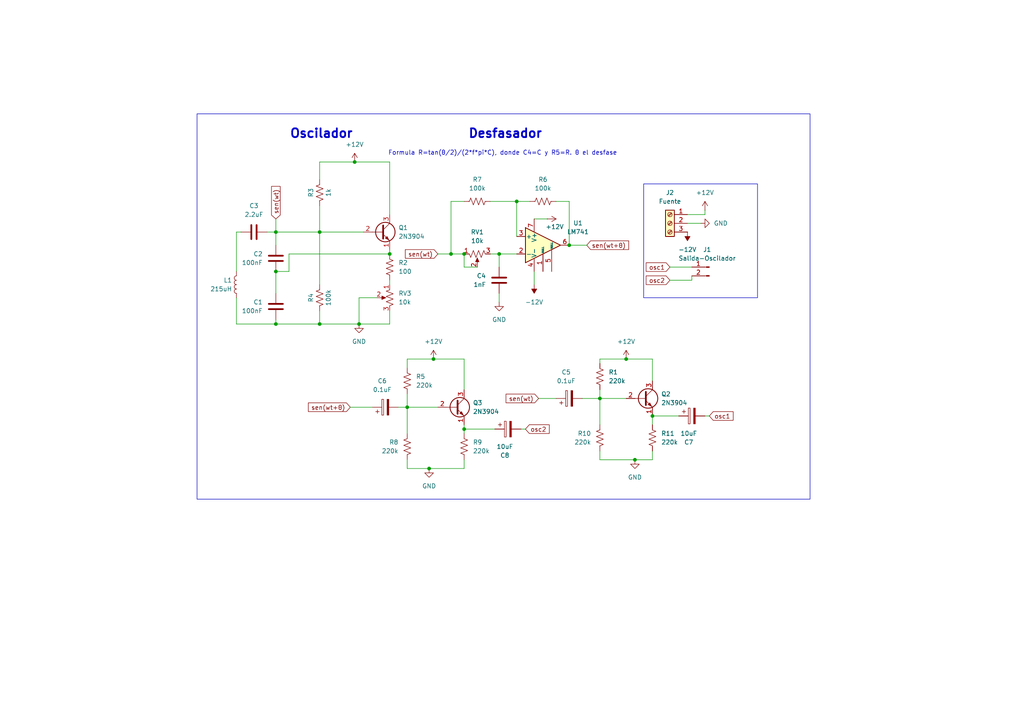
<source format=kicad_sch>
(kicad_sch (version 20250114) (generator "eeschema") (generator_version "9.0")
  (paper "A4")
  (lib_symbols
    (symbol "Amplifier_Operational:LM741" (pin_names (offset 0.127))
      (property "Reference" "U" (at 0 6.35 0))
      (property "Value" "LM741" (at 0 3.81 0))
      (symbol "LM741_0_1"
        (polyline (pts (xy -5.08 5.08) (xy 5.08 0) (xy -5.08 -5.08) (xy -5.08 5.08)) (stroke (width 0.254)) (fill (type background)))
      )
      (symbol "LM741_1_1"
        (pin input line (at -7.62 2.54 0) (length 2.54) (name "+") (number "3"))
        (pin input line (at -7.62 -2.54 0) (length 2.54) (name "-") (number "2"))
        (pin power_in line (at -2.54 7.62 270) (length 3.81) (name "V+") (number "7"))
        (pin power_in line (at -2.54 -7.62 90) (length 3.81) (name "V-") (number "4"))
        (pin no_connect line (at 0 2.54 270) (length 2.54) (hide yes) (name "NC") (number "8"))
        (pin input line (at 0 -7.62 90) (length 5.08) (name "NULL") (number "1"))
        (pin input line (at 2.54 -7.62 90) (length 6.35) (name "NULL") (number "5"))
        (pin output line (at 7.62 0 180) (length 2.54) (name "~") (number "6"))
      )
    )
    (symbol "Connector:Conn_01x02_Pin" (pin_names (offset 1.016) (hide yes))
      (property "Reference" "J" (at 0 2.54 0))
      (property "Value" "Conn_01x02_Pin" (at 0 -5.08 0))
      (symbol "Conn_01x02_Pin_1_1"
        (rectangle (start 0.8636 0.127) (end 0 -0.127) (stroke (width 0.1524)) (fill (type outline)))
        (rectangle (start 0.8636 -2.413) (end 0 -2.667) (stroke (width 0.1524)) (fill (type outline)))
        (polyline (pts (xy 1.27 0) (xy 0.8636 0)) (stroke (width 0.1524)))
        (polyline (pts (xy 1.27 -2.54) (xy 0.8636 -2.54)) (stroke (width 0.1524)))
        (pin passive line (at 5.08 0 180) (length 3.81) (name "Pin_1") (number "1"))
        (pin passive line (at 5.08 -2.54 180) (length 3.81) (name "Pin_2") (number "2"))
      )
    )
    (symbol "Connector:Screw_Terminal_01x03" (pin_names (offset 1.016) (hide yes))
      (property "Reference" "J" (at 0 5.08 0))
      (property "Value" "Screw_Terminal_01x03" (at 0 -5.08 0))
      (symbol "Screw_Terminal_01x03_1_1"
        (rectangle (start -1.27 3.81) (end 1.27 -3.81) (stroke (width 0.254)) (fill (type background)))
        (polyline (pts (xy -0.5334 2.8702) (xy 0.3302 2.032)) (stroke (width 0.1524)))
        (polyline (pts (xy -0.5334 0.3302) (xy 0.3302 -0.508)) (stroke (width 0.1524)))
        (polyline (pts (xy -0.5334 -2.2098) (xy 0.3302 -3.048)) (stroke (width 0.1524)))
        (polyline (pts (xy -0.3556 3.048) (xy 0.508 2.2098)) (stroke (width 0.1524)))
        (polyline (pts (xy -0.3556 0.508) (xy 0.508 -0.3302)) (stroke (width 0.1524)))
        (polyline (pts (xy -0.3556 -2.032) (xy 0.508 -2.8702)) (stroke (width 0.1524)))
        (circle (center 0 2.54) (radius 0.635) (stroke (width 0.1524)))
        (circle (center 0 0) (radius 0.635) (stroke (width 0.1524)))
        (circle (center 0 -2.54) (radius 0.635) (stroke (width 0.1524)))
        (pin passive line (at -5.08 2.54 0) (length 3.81) (name "Pin_1") (number "1"))
        (pin passive line (at -5.08 0 0) (length 3.81) (name "Pin_2") (number "2"))
        (pin passive line (at -5.08 -2.54 0) (length 3.81) (name "Pin_3") (number "3"))
      )
    )
    (symbol "Device:C" (pin_numbers (hide yes)) (pin_names (offset 0.254))
      (property "Reference" "C" (at 0.635 2.54 0))
      (property "Value" "C" (at 0.635 -2.54 0))
      (symbol "C_0_1"
        (polyline (pts (xy -2.032 0.762) (xy 2.032 0.762)) (stroke (width 0.508)))
        (polyline (pts (xy -2.032 -0.762) (xy 2.032 -0.762)) (stroke (width 0.508)))
      )
      (symbol "C_1_1"
        (pin passive line (at 0 3.81 270) (length 2.794) (name "~") (number "1"))
        (pin passive line (at 0 -3.81 90) (length 2.794) (name "~") (number "2"))
      )
    )
    (symbol "Device:C_Polarized" (pin_numbers (hide yes)) (pin_names (offset 0.254))
      (property "Reference" "C" (at 0.635 2.54 0))
      (property "Value" "C_Polarized" (at 0.635 -2.54 0))
      (symbol "C_Polarized_0_1"
        (rectangle (start -2.286 0.508) (end 2.286 1.016))
        (polyline (pts (xy -1.778 2.286) (xy -0.762 2.286)))
        (polyline (pts (xy -1.27 2.794) (xy -1.27 1.778)))
        (rectangle (start 2.286 -0.508) (end -2.286 -1.016) (fill (type outline)))
      )
      (symbol "C_Polarized_1_1"
        (pin passive line (at 0 3.81 270) (length 2.794) (name "~") (number "1"))
        (pin passive line (at 0 -3.81 90) (length 2.794) (name "~") (number "2"))
      )
    )
    (symbol "Device:L" (pin_numbers (hide yes)) (pin_names (offset 1.016) (hide yes))
      (property "Reference" "L" (at -1.27 0 90))
      (property "Value" "L" (at 1.905 0 90))
      (symbol "L_0_1"
        (arc (start 0 2.54) (mid 0.6323 1.905) (end 0 1.27))
        (arc (start 0 1.27) (mid 0.6323 0.635) (end 0 0))
        (arc (start 0 0) (mid 0.6323 -0.635) (end 0 -1.27))
        (arc (start 0 -1.27) (mid 0.6323 -1.905) (end 0 -2.54))
      )
      (symbol "L_1_1"
        (pin passive line (at 0 3.81 270) (length 1.27) (name "1") (number "1"))
        (pin passive line (at 0 -3.81 90) (length 1.27) (name "2") (number "2"))
      )
    )
    (symbol "Device:R_Potentiometer_US" (pin_names (offset 1.016) (hide yes))
      (property "Reference" "RV" (at -4.445 0 90))
      (property "Value" "R_Potentiometer_US" (at -2.54 0 90))
      (symbol "R_Potentiometer_US_0_1"
        (polyline (pts (xy 0 2.54) (xy 0 2.286)))
        (polyline (pts (xy 0 2.286) (xy 1.016 1.905) (xy 0 1.524) (xy -1.016 1.143) (xy 0 0.762)))
        (polyline (pts (xy 0 0.762) (xy 1.016 0.381) (xy 0 0) (xy -1.016 -0.381) (xy 0 -0.762)))
        (polyline (pts (xy 0 -0.762) (xy 1.016 -1.143) (xy 0 -1.524) (xy -1.016 -1.905) (xy 0 -2.286)))
        (polyline (pts (xy 0 -2.286) (xy 0 -2.54)))
        (polyline (pts (xy 1.143 0) (xy 2.286 0.508) (xy 2.286 -0.508) (xy 1.143 0)) (fill (type outline)))
        (polyline (pts (xy 2.54 0) (xy 1.524 0)))
      )
      (symbol "R_Potentiometer_US_1_1"
        (pin passive line (at 0 3.81 270) (length 1.27) (name "1") (number "1"))
        (pin passive line (at 0 -3.81 90) (length 1.27) (name "3") (number "3"))
        (pin passive line (at 3.81 0 180) (length 1.27) (name "2") (number "2"))
      )
    )
    (symbol "Device:R_US" (pin_numbers (hide yes)) (pin_names (offset 0))
      (property "Reference" "R" (at 2.54 0 90))
      (property "Value" "R_US" (at -2.54 0 90))
      (symbol "R_US_0_1"
        (polyline (pts (xy 0 2.286) (xy 0 2.54)))
        (polyline (pts (xy 0 2.286) (xy 1.016 1.905) (xy 0 1.524) (xy -1.016 1.143) (xy 0 0.762)))
        (polyline (pts (xy 0 0.762) (xy 1.016 0.381) (xy 0 0) (xy -1.016 -0.381) (xy 0 -0.762)))
        (polyline (pts (xy 0 -0.762) (xy 1.016 -1.143) (xy 0 -1.524) (xy -1.016 -1.905) (xy 0 -2.286)))
        (polyline (pts (xy 0 -2.286) (xy 0 -2.54)))
      )
      (symbol "R_US_1_1"
        (pin passive line (at 0 3.81 270) (length 1.27) (name "~") (number "1"))
        (pin passive line (at 0 -3.81 90) (length 1.27) (name "~") (number "2"))
      )
    )
    (symbol "Transistor_BJT:2N3904" (pin_names (offset 0) (hide yes))
      (property "Reference" "Q" (at 5.08 1.905 0))
      (property "Value" "2N3904" (at 5.08 0 0))
      (symbol "2N3904_0_1"
        (polyline (pts (xy -2.54 0) (xy 0.635 0)))
        (polyline (pts (xy 0.635 1.905) (xy 0.635 -1.905)) (stroke (width 0.508)))
        (circle (center 1.27 0) (radius 2.8194) (stroke (width 0.254)))
      )
      (symbol "2N3904_1_1"
        (polyline (pts (xy 0.635 0.635) (xy 2.54 2.54)))
        (polyline (pts (xy 0.635 -0.635) (xy 2.54 -2.54)))
        (polyline (pts (xy 1.27 -1.778) (xy 1.778 -1.27) (xy 2.286 -2.286) (xy 1.27 -1.778)) (fill (type outline)))
        (pin input line (at -5.08 0 0) (length 2.54) (name "B") (number "2"))
        (pin passive line (at 2.54 5.08 270) (length 2.54) (name "C") (number "3"))
        (pin passive line (at 2.54 -5.08 90) (length 2.54) (name "E") (number "1"))
      )
    )
    (symbol "power:+12V" (power) (pin_numbers (hide yes)) (pin_names (offset 0) (hide yes))
      (property "Value" "+12V" (at 0 3.556 0))
      (symbol "+12V_0_1"
        (polyline (pts (xy -0.762 1.27) (xy 0 2.54)))
        (polyline (pts (xy 0 2.54) (xy 0.762 1.27)))
        (polyline (pts (xy 0 0) (xy 0 2.54)))
      )
      (symbol "+12V_1_1"
        (pin power_in line (at 0 0 90) (length 0) (name "~") (number "1"))
      )
    )
    (symbol "power:-12V" (power) (pin_numbers (hide yes)) (pin_names (offset 0) (hide yes))
      (property "Value" "-12V" (at 0 3.556 0))
      (symbol "-12V_0_0"
        (pin power_in line (at 0 0 90) (length 0) (name "~") (number "1"))
      )
      (symbol "-12V_0_1"
        (polyline (pts (xy 0 0) (xy 0 1.27) (xy 0.762 1.27) (xy 0 2.54) (xy -0.762 1.27) (xy 0 1.27)) (fill (type outline)))
      )
    )
    (symbol "power:GND" (power) (pin_numbers (hide yes)) (pin_names (offset 0) (hide yes))
      (property "Value" "GND" (at 0 -3.81 0))
      (symbol "GND_0_1"
        (polyline (pts (xy 0 0) (xy 0 -1.27) (xy 1.27 -1.27) (xy 0 -2.54) (xy -1.27 -1.27) (xy 0 -1.27)))
      )
      (symbol "GND_1_1"
        (pin power_in line (at 0 0 270) (length 0) (name "~") (number "1"))
      )
    )
  )
  (rectangle (start 57.15 33.02) (end 234.95 144.78))
  (rectangle (start 186.69 53.34) (end 219.71 86.36))
  (text "Oscilador\n" (at 93.218 38.862 0) (effects (font (size 2.54 2.54) (thickness 0.508) (bold yes))))
  (text "Formula R=tan(θ/2)/(2*f*pi*C), donde C4=C y R5=R. θ el desfase" (at 145.796 44.45 0) (effects (font (size 1.27 1.27))))
  (text "Desfasador" (at 146.558 38.862 0) (effects (font (size 2.54 2.54) (thickness 0.508) (bold yes))))
  (junction (at 80.01 78.74))
  (junction (at 104.14 93.98))
  (junction (at 102.87 46.99))
  (junction (at 184.15 133.35))
  (junction (at 144.78 73.66))
  (junction (at 118.11 118.11))
  (junction (at 92.71 93.98))
  (junction (at 165.1 71.12))
  (junction (at 92.71 67.31))
  (junction (at 149.86 58.42))
  (junction (at 124.46 135.89))
  (junction (at 189.23 120.65))
  (junction (at 130.81 73.66))
  (junction (at 113.03 73.66))
  (junction (at 80.01 93.98))
  (junction (at 125.73 104.14))
  (junction (at 173.99 115.57))
  (junction (at 134.62 124.46))
  (junction (at 181.61 104.14))
  (junction (at 134.62 73.66))
  (junction (at 80.01 67.31))
  (wire (pts (xy 194.31 81.28) (xy 200.66 81.28)))
  (wire (pts (xy 68.58 93.98) (xy 80.01 93.98)))
  (wire (pts (xy 80.01 93.98) (xy 92.71 93.98)))
  (wire (pts (xy 189.23 120.65) (xy 196.85 120.65)))
  (wire (pts (xy 165.1 71.12) (xy 170.18 71.12)))
  (wire (pts (xy 80.01 78.74) (xy 83.82 78.74)))
  (wire (pts (xy 118.11 114.3) (xy 118.11 118.11)))
  (wire (pts (xy 130.81 58.42) (xy 130.81 73.66)))
  (wire (pts (xy 130.81 73.66) (xy 134.62 73.66)))
  (wire (pts (xy 115.57 118.11) (xy 118.11 118.11)))
  (wire (pts (xy 118.11 135.89) (xy 118.11 133.35)))
  (wire (pts (xy 142.24 58.42) (xy 149.86 58.42)))
  (wire (pts (xy 68.58 86.36) (xy 68.58 93.98)))
  (wire (pts (xy 173.99 115.57) (xy 181.61 115.57)))
  (wire (pts (xy 200.66 81.28) (xy 200.66 80.01)))
  (wire (pts (xy 173.99 115.57) (xy 173.99 123.19)))
  (wire (pts (xy 173.99 133.35) (xy 173.99 130.81)))
  (wire (pts (xy 113.03 81.28) (xy 113.03 82.55)))
  (wire (pts (xy 134.62 77.47) (xy 138.43 77.47)))
  (wire (pts (xy 130.81 58.42) (xy 134.62 58.42)))
  (wire (pts (xy 181.61 104.14) (xy 173.99 104.14)))
  (wire (pts (xy 83.82 73.66) (xy 113.03 73.66)))
  (wire (pts (xy 168.91 115.57) (xy 173.99 115.57)))
  (wire (pts (xy 134.62 124.46) (xy 143.51 124.46)))
  (wire (pts (xy 173.99 133.35) (xy 184.15 133.35)))
  (wire (pts (xy 165.1 58.42) (xy 165.1 71.12)))
  (wire (pts (xy 156.21 115.57) (xy 161.29 115.57)))
  (wire (pts (xy 158.75 63.5) (xy 154.94 63.5)))
  (wire (pts (xy 92.71 59.69) (xy 92.71 67.31)))
  (wire (pts (xy 161.29 58.42) (xy 165.1 58.42)))
  (wire (pts (xy 118.11 118.11) (xy 127 118.11)))
  (wire (pts (xy 92.71 93.98) (xy 104.14 93.98)))
  (wire (pts (xy 113.03 90.17) (xy 113.03 93.98)))
  (wire (pts (xy 144.78 73.66) (xy 149.86 73.66)))
  (wire (pts (xy 173.99 104.14) (xy 173.99 105.41)))
  (wire (pts (xy 189.23 110.49) (xy 189.23 104.14)))
  (wire (pts (xy 92.71 46.99) (xy 92.71 52.07)))
  (wire (pts (xy 194.31 77.47) (xy 200.66 77.47)))
  (wire (pts (xy 80.01 78.74) (xy 80.01 85.09)))
  (wire (pts (xy 124.46 135.89) (xy 134.62 135.89)))
  (wire (pts (xy 92.71 90.17) (xy 92.71 93.98)))
  (wire (pts (xy 149.86 68.58) (xy 149.86 58.42)))
  (wire (pts (xy 204.47 120.65) (xy 205.74 120.65)))
  (wire (pts (xy 144.78 73.66) (xy 144.78 77.47)))
  (wire (pts (xy 80.01 92.71) (xy 80.01 93.98)))
  (wire (pts (xy 181.61 104.14) (xy 189.23 104.14)))
  (wire (pts (xy 80.01 67.31) (xy 92.71 67.31)))
  (wire (pts (xy 125.73 104.14) (xy 134.62 104.14)))
  (wire (pts (xy 113.03 46.99) (xy 113.03 62.23)))
  (wire (pts (xy 134.62 125.73) (xy 134.62 124.46)))
  (wire (pts (xy 203.2 64.77) (xy 199.39 64.77)))
  (wire (pts (xy 113.03 72.39) (xy 113.03 73.66)))
  (wire (pts (xy 118.11 104.14) (xy 118.11 106.68)))
  (wire (pts (xy 149.86 58.42) (xy 153.67 58.42)))
  (wire (pts (xy 102.87 46.99) (xy 113.03 46.99)))
  (wire (pts (xy 104.14 93.98) (xy 113.03 93.98)))
  (wire (pts (xy 118.11 104.14) (xy 125.73 104.14)))
  (wire (pts (xy 83.82 78.74) (xy 83.82 73.66)))
  (wire (pts (xy 101.6 118.11) (xy 107.95 118.11)))
  (wire (pts (xy 134.62 124.46) (xy 134.62 123.19)))
  (wire (pts (xy 134.62 113.03) (xy 134.62 104.14)))
  (wire (pts (xy 77.47 67.31) (xy 80.01 67.31)))
  (wire (pts (xy 80.01 63.5) (xy 80.01 67.31)))
  (wire (pts (xy 92.71 67.31) (xy 92.71 82.55)))
  (wire (pts (xy 118.11 118.11) (xy 118.11 125.73)))
  (wire (pts (xy 151.13 124.46) (xy 152.4 124.46)))
  (wire (pts (xy 184.15 133.35) (xy 189.23 133.35)))
  (wire (pts (xy 144.78 87.63) (xy 144.78 85.09)))
  (wire (pts (xy 104.14 86.36) (xy 104.14 93.98)))
  (wire (pts (xy 142.24 73.66) (xy 144.78 73.66)))
  (wire (pts (xy 92.71 67.31) (xy 105.41 67.31)))
  (wire (pts (xy 189.23 133.35) (xy 189.23 130.81)))
  (wire (pts (xy 134.62 135.89) (xy 134.62 133.35)))
  (wire (pts (xy 134.62 77.47) (xy 134.62 73.66)))
  (wire (pts (xy 189.23 123.19) (xy 189.23 120.65)))
  (wire (pts (xy 173.99 113.03) (xy 173.99 115.57)))
  (wire (pts (xy 204.47 62.23) (xy 204.47 60.96)))
  (wire (pts (xy 199.39 62.23) (xy 204.47 62.23)))
  (wire (pts (xy 127 73.66) (xy 130.81 73.66)))
  (wire (pts (xy 154.94 78.74) (xy 154.94 82.55)))
  (wire (pts (xy 80.01 67.31) (xy 80.01 71.12)))
  (wire (pts (xy 68.58 67.31) (xy 68.58 78.74)))
  (wire (pts (xy 109.22 86.36) (xy 104.14 86.36)))
  (wire (pts (xy 69.85 67.31) (xy 68.58 67.31)))
  (wire (pts (xy 118.11 135.89) (xy 124.46 135.89)))
  (wire (pts (xy 92.71 46.99) (xy 102.87 46.99)))
  (global_label "sen(wt)" (shape input) (at 80.01 63.5 90) (property "Intersheetrefs" "${INTERSHEET_REFS}" (effects (hide yes))))
  (global_label "osc2" (shape input) (at 194.31 81.28 180) (property "Intersheetrefs" "${INTERSHEET_REFS}" (effects (hide yes))))
  (global_label "osc1" (shape input) (at 205.74 120.65 0) (property "Intersheetrefs" "${INTERSHEET_REFS}" (effects (hide yes))))
  (global_label "sen(wt+θ)" (shape input) (at 101.6 118.11 180) (property "Intersheetrefs" "${INTERSHEET_REFS}" (effects (hide yes))))
  (global_label "osc2" (shape input) (at 152.4 124.46 0) (property "Intersheetrefs" "${INTERSHEET_REFS}" (effects (hide yes))))
  (global_label "sen(wt)" (shape input) (at 127 73.66 180) (property "Intersheetrefs" "${INTERSHEET_REFS}" (effects (hide yes))))
  (global_label "osc1" (shape input) (at 194.31 77.47 180) (property "Intersheetrefs" "${INTERSHEET_REFS}" (effects (hide yes))))
  (global_label "sen(wt)" (shape input) (at 156.21 115.57 180) (property "Intersheetrefs" "${INTERSHEET_REFS}" (effects (hide yes))))
  (global_label "sen(wt+θ)" (shape input) (at 170.18 71.12 0) (property "Intersheetrefs" "${INTERSHEET_REFS}" (effects (hide yes))))
  (symbol (lib_id "Device:C_Polarized") (at 200.66 120.65 90) (mirror x) (unit 1)
    (property "Reference" "C7" (at 199.771 128.27 90))
    (property "Value" "10uF" (at 199.771 125.73 90))
    (property "Footprint" "Capacitor_THT:CP_Radial_D4.0mm_P1.50mm" (effects (hide yes)))
    (property "Description" "Polarized capacitor" (effects (hide yes)))
  )
  (symbol (lib_id "power:+12V") (at 125.73 104.14 0) (unit 1)
    (property "Reference" "#PWR08" (effects (hide yes)))
    (property "Value" "+12V" (at 125.73 99.06 0))
    (property "Description" "Power symbol creates a global label with name \"+12V\"" (effects (hide yes)))
  )
  (symbol (lib_id "power:GND") (at 184.15 133.35 0) (unit 1)
    (property "Reference" "#PWR010" (effects (hide yes)))
    (property "Value" "GND" (at 184.15 138.43 0))
    (property "Description" "Power symbol creates a global label with name \"GND\" , ground" (effects (hide yes)))
  )
  (symbol (lib_id "Transistor_BJT:2N3904") (at 186.69 115.57 0) (unit 1)
    (property "Reference" "Q2" (at 191.77 114.2999 0) (effects (justify left)))
    (property "Value" "2N3904" (at 191.77 116.8399 0) (effects (justify left)))
    (property "Footprint" "Package_TO_SOT_THT:TO-92_Inline" (effects (hide yes)))
    (property "Datasheet" "https://www.onsemi.com/pub/Collateral/2N3903-D.PDF" (effects (hide yes)))
    (property "Description" "0.2A Ic, 40V Vce, Small Signal NPN Transistor, TO-92" (effects (hide yes)))
  )
  (symbol (lib_id "Device:R_US") (at 92.71 55.88 0) (mirror y) (unit 1)
    (property "Reference" "R3" (at 90.17 55.88 90))
    (property "Value" "1k" (at 95.25 55.88 90))
    (property "Footprint" "Resistor_THT:R_Axial_DIN0309_L9.0mm_D3.2mm_P12.70mm_Horizontal" (effects (hide yes)))
    (property "Description" "Resistor, US symbol" (effects (hide yes)))
  )
  (symbol (lib_id "Amplifier_Operational:LM741") (at 157.48 71.12 0) (unit 1)
    (property "Reference" "U1" (at 167.64 64.6998 0))
    (property "Value" "LM741" (at 167.64 67.2398 0))
    (property "Footprint" "Package_DIP:DIP-8_W7.62mm" (effects (hide yes)))
    (property "Datasheet" "http://www.ti.com/lit/ds/symlink/lm741.pdf" (effects (hide yes)))
    (property "Description" "Operational Amplifier, DIP-8/TO-99-8" (effects (hide yes)))
  )
  (symbol (lib_id "power:GND") (at 144.78 87.63 0) (unit 1)
    (property "Reference" "#PWR3" (effects (hide yes)))
    (property "Value" "GND" (at 144.78 92.71 0))
    (property "Description" "Power symbol creates a global label with name \"GND\" , ground" (effects (hide yes)))
  )
  (symbol (lib_id "power:-12V") (at 199.39 67.31 0) (mirror x) (unit 1)
    (property "Reference" "#PWR06" (effects (hide yes)))
    (property "Value" "-12V" (at 199.39 72.39 0))
    (property "Description" "Power symbol creates a global label with name \"-12V\"" (effects (hide yes)))
  )
  (symbol (lib_id "Device:C") (at 144.78 81.28 0) (mirror y) (unit 1)
    (property "Reference" "C4" (at 140.97 80.0099 0) (effects (justify left)))
    (property "Value" "1nF" (at 140.97 82.5499 0) (effects (justify left)))
    (property "Footprint" "Capacitor_THT:C_Disc_D3.0mm_W1.6mm_P2.50mm" (effects (hide yes)))
    (property "Description" "Unpolarized capacitor" (effects (hide yes)))
  )
  (symbol (lib_id "power:-12V") (at 154.94 82.55 0) (mirror x) (unit 1)
    (property "Reference" "#PWR5" (effects (hide yes)))
    (property "Value" "-12V" (at 154.94 87.63 0))
    (property "Description" "Power symbol creates a global label with name \"-12V\"" (effects (hide yes)))
  )
  (symbol (lib_id "Device:R_US") (at 157.48 58.42 90) (unit 1)
    (property "Reference" "R6" (at 157.48 52.07 90))
    (property "Value" "100k" (at 157.48 54.61 90))
    (property "Footprint" "Resistor_THT:R_Axial_DIN0309_L9.0mm_D3.2mm_P12.70mm_Horizontal" (effects (hide yes)))
    (property "Description" "Resistor, US symbol" (effects (hide yes)))
  )
  (symbol (lib_id "power:GND") (at 104.14 93.98 0) (unit 1)
    (property "Reference" "#PWR1" (effects (hide yes)))
    (property "Value" "GND" (at 104.14 99.06 0))
    (property "Description" "Power symbol creates a global label with name \"GND\" , ground" (effects (hide yes)))
  )
  (symbol (lib_id "Device:C_Polarized") (at 165.1 115.57 90) (unit 1)
    (property "Reference" "C5" (at 164.211 107.95 90))
    (property "Value" "0.1uF" (at 164.211 110.49 90))
    (property "Footprint" "Capacitor_THT:CP_Radial_D4.0mm_P1.50mm" (effects (hide yes)))
    (property "Description" "Polarized capacitor" (effects (hide yes)))
  )
  (symbol (lib_id "Device:C") (at 73.66 67.31 270) (mirror x) (unit 1)
    (property "Reference" "C3" (at 73.66 59.69 90))
    (property "Value" "2.2uF" (at 73.66 62.23 90))
    (property "Footprint" "Capacitor_THT:C_Disc_D4.3mm_W1.9mm_P5.00mm" (effects (hide yes)))
    (property "Description" "Unpolarized capacitor" (effects (hide yes)))
  )
  (symbol (lib_id "power:+12V") (at 204.47 60.96 0) (unit 1)
    (property "Reference" "#PWR027" (effects (hide yes)))
    (property "Value" "+12V" (at 204.47 55.88 0))
    (property "Description" "Power symbol creates a global label with name \"+12V\"" (effects (hide yes)))
  )
  (symbol (lib_id "power:+12V") (at 102.87 46.99 0) (unit 1)
    (property "Reference" "#PWR2" (effects (hide yes)))
    (property "Value" "+12V" (at 102.87 41.91 0))
    (property "Description" "Power symbol creates a global label with name \"+12V\"" (effects (hide yes)))
  )
  (symbol (lib_id "power:+12V") (at 158.75 63.5 270) (mirror x) (unit 1)
    (property "Reference" "#PWR4" (effects (hide yes)))
    (property "Value" "+12V" (at 158.242 65.786 90) (effects (justify left)))
    (property "Description" "Power symbol creates a global label with name \"+12V\"" (effects (hide yes)))
  )
  (symbol (lib_id "Device:L") (at 68.58 82.55 0) (mirror y) (unit 1)
    (property "Reference" "L1" (at 67.31 81.2799 0) (effects (justify left)))
    (property "Value" "215uH" (at 67.31 83.8199 0) (effects (justify left)))
    (property "Footprint" "Inductor_THT:L_Axial_L7.0mm_D3.3mm_P10.16mm_Horizontal_Fastron_MICC" (effects (hide yes)))
    (property "Description" "Inductor" (effects (hide yes)))
  )
  (symbol (lib_id "Device:R_US") (at 118.11 129.54 0) (mirror y) (unit 1)
    (property "Reference" "R8" (at 115.57 128.2699 0) (effects (justify left)))
    (property "Value" "220k" (at 115.57 130.8099 0) (effects (justify left)))
    (property "Footprint" "Resistor_THT:R_Axial_DIN0309_L9.0mm_D3.2mm_P12.70mm_Horizontal" (effects (hide yes)))
    (property "Description" "Resistor, US symbol" (effects (hide yes)))
  )
  (symbol (lib_id "Device:R_US") (at 113.03 77.47 0) (unit 1)
    (property "Reference" "R2" (at 115.57 76.1999 0) (effects (justify left)))
    (property "Value" "100" (at 115.57 78.7399 0) (effects (justify left)))
    (property "Footprint" "Resistor_THT:R_Axial_DIN0309_L9.0mm_D3.2mm_P12.70mm_Horizontal" (effects (hide yes)))
    (property "Description" "Resistor, US symbol" (effects (hide yes)))
  )
  (symbol (lib_id "Device:R_US") (at 173.99 127 0) (mirror y) (unit 1)
    (property "Reference" "R10" (at 171.45 125.7299 0) (effects (justify left)))
    (property "Value" "220k" (at 171.45 128.2699 0) (effects (justify left)))
    (property "Footprint" "Resistor_THT:R_Axial_DIN0309_L9.0mm_D3.2mm_P12.70mm_Horizontal" (effects (hide yes)))
    (property "Description" "Resistor, US symbol" (effects (hide yes)))
  )
  (symbol (lib_id "Device:R_US") (at 92.71 86.36 0) (mirror y) (unit 1)
    (property "Reference" "R4" (at 90.17 86.36 90))
    (property "Value" "100k" (at 95.25 86.36 90))
    (property "Footprint" "Resistor_THT:R_Axial_DIN0309_L9.0mm_D3.2mm_P12.70mm_Horizontal" (effects (hide yes)))
    (property "Description" "Resistor, US symbol" (effects (hide yes)))
  )
  (symbol (lib_id "Transistor_BJT:2N3904") (at 132.08 118.11 0) (unit 1)
    (property "Reference" "Q3" (at 137.16 116.8399 0) (effects (justify left)))
    (property "Value" "2N3904" (at 137.16 119.3799 0) (effects (justify left)))
    (property "Footprint" "Package_TO_SOT_THT:TO-92_Inline" (effects (hide yes)))
    (property "Datasheet" "https://www.onsemi.com/pub/Collateral/2N3903-D.PDF" (effects (hide yes)))
    (property "Description" "0.2A Ic, 40V Vce, Small Signal NPN Transistor, TO-92" (effects (hide yes)))
  )
  (symbol (lib_id "Device:R_Potentiometer_US") (at 113.03 86.36 0) (mirror y) (unit 1)
    (property "Reference" "RV3" (at 115.57 85.0899 0) (effects (justify right)))
    (property "Value" "10k" (at 115.57 87.6299 0) (effects (justify right)))
    (property "Footprint" "Potentiometer_THT:Potentiometer_Vishay_T93YA_Vertical" (effects (hide yes)))
    (property "Description" "Potentiometer, US symbol" (effects (hide yes)))
  )
  (symbol (lib_id "Device:C_Polarized") (at 111.76 118.11 90) (unit 1)
    (property "Reference" "C6" (at 110.871 110.49 90))
    (property "Value" "0.1uF" (at 110.871 113.03 90))
    (property "Footprint" "Capacitor_THT:CP_Radial_D4.0mm_P1.50mm" (effects (hide yes)))
    (property "Description" "Polarized capacitor" (effects (hide yes)))
  )
  (symbol (lib_id "Device:C_Polarized") (at 147.32 124.46 90) (mirror x) (unit 1)
    (property "Reference" "C8" (at 146.431 132.08 90))
    (property "Value" "10uF" (at 146.431 129.54 90))
    (property "Footprint" "Capacitor_THT:CP_Radial_D4.0mm_P1.50mm" (effects (hide yes)))
    (property "Description" "Polarized capacitor" (effects (hide yes)))
  )
  (symbol (lib_id "power:GND") (at 203.2 64.77 90) (unit 1)
    (property "Reference" "#PWR029" (effects (hide yes)))
    (property "Value" "GND" (at 207.01 64.7699 90) (effects (justify right)))
    (property "Description" "Power symbol creates a global label with name \"GND\" , ground" (effects (hide yes)))
  )
  (symbol (lib_id "power:+12V") (at 181.61 104.14 0) (unit 1)
    (property "Reference" "#PWR07" (effects (hide yes)))
    (property "Value" "+12V" (at 181.61 99.06 0))
    (property "Description" "Power symbol creates a global label with name \"+12V\"" (effects (hide yes)))
  )
  (symbol (lib_id "Connector:Conn_01x02_Pin") (at 205.74 77.47 0) (mirror y) (unit 1)
    (property "Reference" "J1" (at 205.105 72.39 0))
    (property "Value" "Salida-Oscilador" (at 205.105 74.93 0))
    (property "Footprint" "Connector_PinHeader_1.00mm:PinHeader_1x02_P1.00mm_Vertical" (effects (hide yes)))
    (property "Description" "Generic connector, single row, 01x02, script generated" (effects (hide yes)))
  )
  (symbol (lib_id "power:GND") (at 124.46 135.89 0) (unit 1)
    (property "Reference" "#PWR09" (effects (hide yes)))
    (property "Value" "GND" (at 124.46 140.97 0))
    (property "Description" "Power symbol creates a global label with name \"GND\" , ground" (effects (hide yes)))
  )
  (symbol (lib_id "Connector:Screw_Terminal_01x03") (at 194.31 64.77 0) (mirror y) (unit 1)
    (property "Reference" "J2" (at 194.31 55.88 0))
    (property "Value" "Fuente" (at 194.31 58.42 0))
    (property "Footprint" "TerminalBlock:TerminalBlock_bornier-3_P5.08mm" (effects (hide yes)))
    (property "Description" "Generic screw terminal, single row, 01x03, script generated (kicad-library-utils/schlib/autogen/connector/)" (effects (hide yes)))
  )
  (symbol (lib_id "Device:C") (at 80.01 74.93 0) (mirror y) (unit 1)
    (property "Reference" "C2" (at 76.2 73.6599 0) (effects (justify left)))
    (property "Value" "100nF" (at 76.2 76.1999 0) (effects (justify left)))
    (property "Footprint" "Capacitor_THT:C_Disc_D3.0mm_W1.6mm_P2.50mm" (effects (hide yes)))
    (property "Description" "Unpolarized capacitor" (effects (hide yes)))
  )
  (symbol (lib_id "Device:R_US") (at 118.11 110.49 0) (unit 1)
    (property "Reference" "R5" (at 120.65 109.2199 0) (effects (justify left)))
    (property "Value" "220k" (at 120.65 111.7599 0) (effects (justify left)))
    (property "Footprint" "Resistor_THT:R_Axial_DIN0309_L9.0mm_D3.2mm_P12.70mm_Horizontal" (effects (hide yes)))
    (property "Description" "Resistor, US symbol" (effects (hide yes)))
  )
  (symbol (lib_id "Transistor_BJT:2N3904") (at 110.49 67.31 0) (unit 1)
    (property "Reference" "Q1" (at 115.57 66.0399 0) (effects (justify left)))
    (property "Value" "2N3904" (at 115.57 68.5799 0) (effects (justify left)))
    (property "Footprint" "Package_TO_SOT_THT:TO-92_Inline" (effects (hide yes)))
    (property "Datasheet" "https://www.onsemi.com/pub/Collateral/2N3903-D.PDF" (effects (hide yes)))
    (property "Description" "0.2A Ic, 40V Vce, Small Signal NPN Transistor, TO-92" (effects (hide yes)))
  )
  (symbol (lib_id "Device:R_US") (at 138.43 58.42 90) (unit 1)
    (property "Reference" "R7" (at 138.43 52.07 90))
    (property "Value" "100k" (at 138.43 54.61 90))
    (property "Footprint" "Resistor_THT:R_Axial_DIN0309_L9.0mm_D3.2mm_P12.70mm_Horizontal" (effects (hide yes)))
    (property "Description" "Resistor, US symbol" (effects (hide yes)))
  )
  (symbol (lib_id "Device:R_US") (at 189.23 127 0) (unit 1)
    (property "Reference" "R11" (at 191.77 125.7299 0) (effects (justify left)))
    (property "Value" "220k" (at 191.77 128.2699 0) (effects (justify left)))
    (property "Footprint" "Resistor_THT:R_Axial_DIN0309_L9.0mm_D3.2mm_P12.70mm_Horizontal" (effects (hide yes)))
    (property "Description" "Resistor, US symbol" (effects (hide yes)))
  )
  (symbol (lib_id "Device:C") (at 80.01 88.9 0) (mirror y) (unit 1)
    (property "Reference" "C1" (at 76.2 87.6299 0) (effects (justify left)))
    (property "Value" "100nF" (at 76.2 90.1699 0) (effects (justify left)))
    (property "Footprint" "Capacitor_THT:C_Disc_D3.0mm_W1.6mm_P2.50mm" (effects (hide yes)))
    (property "Description" "Unpolarized capacitor" (effects (hide yes)))
  )
  (symbol (lib_id "Device:R_US") (at 173.99 109.22 0) (unit 1)
    (property "Reference" "R1" (at 176.53 107.9499 0) (effects (justify left)))
    (property "Value" "220k" (at 176.53 110.4899 0) (effects (justify left)))
    (property "Footprint" "Resistor_THT:R_Axial_DIN0309_L9.0mm_D3.2mm_P12.70mm_Horizontal" (effects (hide yes)))
    (property "Description" "Resistor, US symbol" (effects (hide yes)))
  )
  (symbol (lib_id "Device:R_Potentiometer_US") (at 138.43 73.66 90) (mirror x) (unit 1)
    (property "Reference" "RV1" (at 138.43 67.31 90))
    (property "Value" "10k" (at 138.43 69.85 90))
    (property "Footprint" "Potentiometer_THT:Potentiometer_Vishay_T93YA_Vertical" (effects (hide yes)))
    (property "Description" "Potentiometer, US symbol" (effects (hide yes)))
  )
  (symbol (lib_id "Device:R_US") (at 134.62 129.54 0) (unit 1)
    (property "Reference" "R9" (at 137.16 128.2699 0) (effects (justify left)))
    (property "Value" "220k" (at 137.16 130.8099 0) (effects (justify left)))
    (property "Footprint" "Resistor_THT:R_Axial_DIN0309_L9.0mm_D3.2mm_P12.70mm_Horizontal" (effects (hide yes)))
    (property "Description" "Resistor, US symbol" (effects (hide yes)))
  )
)
</source>
